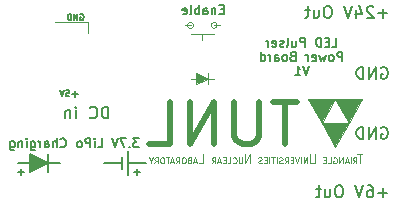
<source format=gbr>
%TF.GenerationSoftware,KiCad,Pcbnew,(6.0.2)*%
%TF.CreationDate,2022-09-06T11:12:12-04:00*%
%TF.ProjectId,PowerSupply,506f7765-7253-4757-9070-6c792e6b6963,rev?*%
%TF.SameCoordinates,Original*%
%TF.FileFunction,Legend,Bot*%
%TF.FilePolarity,Positive*%
%FSLAX46Y46*%
G04 Gerber Fmt 4.6, Leading zero omitted, Abs format (unit mm)*
G04 Created by KiCad (PCBNEW (6.0.2)) date 2022-09-06 11:12:12*
%MOMM*%
%LPD*%
G01*
G04 APERTURE LIST*
%ADD10C,0.150000*%
%ADD11C,0.127000*%
%ADD12C,0.076200*%
%ADD13C,0.533400*%
%ADD14C,0.120000*%
G04 APERTURE END LIST*
D10*
X147167600Y-75361800D02*
X147675600Y-75361800D01*
X142621000Y-81280000D02*
X146177000Y-81280000D01*
X152400000Y-82042000D02*
X152908000Y-82042000D01*
X151384000Y-80772000D02*
X151384000Y-81788000D01*
X142875000Y-81788000D02*
X142875000Y-82296000D01*
X143129000Y-82042000D02*
X142621000Y-82042000D01*
X151384000Y-81280000D02*
X149860000Y-81280000D01*
X153416000Y-81280000D02*
X151892000Y-81280000D01*
X145161000Y-81280000D02*
X143637000Y-82042000D01*
X143637000Y-82042000D02*
X143637000Y-80518000D01*
X143637000Y-80518000D02*
X145161000Y-81280000D01*
G36*
X145161000Y-81280000D02*
G01*
X143637000Y-82042000D01*
X143637000Y-80518000D01*
X145161000Y-81280000D01*
G37*
X145161000Y-81280000D02*
X143637000Y-82042000D01*
X143637000Y-80518000D01*
X145161000Y-81280000D01*
X152654000Y-81788000D02*
X152654000Y-82296000D01*
X145161000Y-80518000D02*
X145161000Y-82042000D01*
X151892000Y-80264000D02*
X151892000Y-82296000D01*
X147421600Y-75615800D02*
X147421600Y-75107800D01*
X150245533Y-77465180D02*
X150245533Y-76465180D01*
X150007438Y-76465180D01*
X149864580Y-76512800D01*
X149769342Y-76608038D01*
X149721723Y-76703276D01*
X149674104Y-76893752D01*
X149674104Y-77036609D01*
X149721723Y-77227085D01*
X149769342Y-77322323D01*
X149864580Y-77417561D01*
X150007438Y-77465180D01*
X150245533Y-77465180D01*
X148674104Y-77369942D02*
X148721723Y-77417561D01*
X148864580Y-77465180D01*
X148959819Y-77465180D01*
X149102676Y-77417561D01*
X149197914Y-77322323D01*
X149245533Y-77227085D01*
X149293152Y-77036609D01*
X149293152Y-76893752D01*
X149245533Y-76703276D01*
X149197914Y-76608038D01*
X149102676Y-76512800D01*
X148959819Y-76465180D01*
X148864580Y-76465180D01*
X148721723Y-76512800D01*
X148674104Y-76560419D01*
X147483628Y-77465180D02*
X147483628Y-76798514D01*
X147483628Y-76465180D02*
X147531247Y-76512800D01*
X147483628Y-76560419D01*
X147436009Y-76512800D01*
X147483628Y-76465180D01*
X147483628Y-76560419D01*
X147007438Y-76798514D02*
X147007438Y-77465180D01*
X147007438Y-76893752D02*
X146959819Y-76846133D01*
X146864580Y-76798514D01*
X146721723Y-76798514D01*
X146626485Y-76846133D01*
X146578866Y-76941371D01*
X146578866Y-77465180D01*
X173857604Y-83764428D02*
X173095700Y-83764428D01*
X173476652Y-84145380D02*
X173476652Y-83383476D01*
X172190938Y-83145380D02*
X172381414Y-83145380D01*
X172476652Y-83193000D01*
X172524271Y-83240619D01*
X172619509Y-83383476D01*
X172667128Y-83573952D01*
X172667128Y-83954904D01*
X172619509Y-84050142D01*
X172571890Y-84097761D01*
X172476652Y-84145380D01*
X172286176Y-84145380D01*
X172190938Y-84097761D01*
X172143319Y-84050142D01*
X172095700Y-83954904D01*
X172095700Y-83716809D01*
X172143319Y-83621571D01*
X172190938Y-83573952D01*
X172286176Y-83526333D01*
X172476652Y-83526333D01*
X172571890Y-83573952D01*
X172619509Y-83621571D01*
X172667128Y-83716809D01*
X171809985Y-83145380D02*
X171476652Y-84145380D01*
X171143319Y-83145380D01*
X169857604Y-83145380D02*
X169667128Y-83145380D01*
X169571890Y-83193000D01*
X169476652Y-83288238D01*
X169429033Y-83478714D01*
X169429033Y-83812047D01*
X169476652Y-84002523D01*
X169571890Y-84097761D01*
X169667128Y-84145380D01*
X169857604Y-84145380D01*
X169952842Y-84097761D01*
X170048080Y-84002523D01*
X170095700Y-83812047D01*
X170095700Y-83478714D01*
X170048080Y-83288238D01*
X169952842Y-83193000D01*
X169857604Y-83145380D01*
X168571890Y-83478714D02*
X168571890Y-84145380D01*
X169000461Y-83478714D02*
X169000461Y-84002523D01*
X168952842Y-84097761D01*
X168857604Y-84145380D01*
X168714747Y-84145380D01*
X168619509Y-84097761D01*
X168571890Y-84050142D01*
X168238557Y-83478714D02*
X167857604Y-83478714D01*
X168095700Y-83145380D02*
X168095700Y-84002523D01*
X168048080Y-84097761D01*
X167952842Y-84145380D01*
X167857604Y-84145380D01*
D11*
X159990971Y-68246171D02*
X159736971Y-68246171D01*
X159628114Y-68645314D02*
X159990971Y-68645314D01*
X159990971Y-67883314D01*
X159628114Y-67883314D01*
X159301542Y-68137314D02*
X159301542Y-68645314D01*
X159301542Y-68209885D02*
X159265257Y-68173600D01*
X159192685Y-68137314D01*
X159083828Y-68137314D01*
X159011257Y-68173600D01*
X158974971Y-68246171D01*
X158974971Y-68645314D01*
X158285542Y-68645314D02*
X158285542Y-68246171D01*
X158321828Y-68173600D01*
X158394400Y-68137314D01*
X158539542Y-68137314D01*
X158612114Y-68173600D01*
X158285542Y-68609028D02*
X158358114Y-68645314D01*
X158539542Y-68645314D01*
X158612114Y-68609028D01*
X158648400Y-68536457D01*
X158648400Y-68463885D01*
X158612114Y-68391314D01*
X158539542Y-68355028D01*
X158358114Y-68355028D01*
X158285542Y-68318742D01*
X157922685Y-68645314D02*
X157922685Y-67883314D01*
X157922685Y-68173600D02*
X157850114Y-68137314D01*
X157704971Y-68137314D01*
X157632400Y-68173600D01*
X157596114Y-68209885D01*
X157559828Y-68282457D01*
X157559828Y-68500171D01*
X157596114Y-68572742D01*
X157632400Y-68609028D01*
X157704971Y-68645314D01*
X157850114Y-68645314D01*
X157922685Y-68609028D01*
X157124400Y-68645314D02*
X157196971Y-68609028D01*
X157233257Y-68536457D01*
X157233257Y-67883314D01*
X156543828Y-68609028D02*
X156616400Y-68645314D01*
X156761542Y-68645314D01*
X156834114Y-68609028D01*
X156870400Y-68536457D01*
X156870400Y-68246171D01*
X156834114Y-68173600D01*
X156761542Y-68137314D01*
X156616400Y-68137314D01*
X156543828Y-68173600D01*
X156507542Y-68246171D01*
X156507542Y-68318742D01*
X156870400Y-68391314D01*
X152820914Y-79160914D02*
X152349200Y-79160914D01*
X152603200Y-79451200D01*
X152494342Y-79451200D01*
X152421771Y-79487485D01*
X152385485Y-79523771D01*
X152349200Y-79596342D01*
X152349200Y-79777771D01*
X152385485Y-79850342D01*
X152421771Y-79886628D01*
X152494342Y-79922914D01*
X152712057Y-79922914D01*
X152784628Y-79886628D01*
X152820914Y-79850342D01*
X152022628Y-79850342D02*
X151986342Y-79886628D01*
X152022628Y-79922914D01*
X152058914Y-79886628D01*
X152022628Y-79850342D01*
X152022628Y-79922914D01*
X151732342Y-79160914D02*
X151224342Y-79160914D01*
X151550914Y-79922914D01*
X151042914Y-79160914D02*
X150788914Y-79922914D01*
X150534914Y-79160914D01*
X149337485Y-79922914D02*
X149700342Y-79922914D01*
X149700342Y-79160914D01*
X149083485Y-79922914D02*
X149083485Y-79414914D01*
X149083485Y-79160914D02*
X149119771Y-79197200D01*
X149083485Y-79233485D01*
X149047200Y-79197200D01*
X149083485Y-79160914D01*
X149083485Y-79233485D01*
X148720628Y-79922914D02*
X148720628Y-79160914D01*
X148430342Y-79160914D01*
X148357771Y-79197200D01*
X148321485Y-79233485D01*
X148285200Y-79306057D01*
X148285200Y-79414914D01*
X148321485Y-79487485D01*
X148357771Y-79523771D01*
X148430342Y-79560057D01*
X148720628Y-79560057D01*
X147849771Y-79922914D02*
X147922342Y-79886628D01*
X147958628Y-79850342D01*
X147994914Y-79777771D01*
X147994914Y-79560057D01*
X147958628Y-79487485D01*
X147922342Y-79451200D01*
X147849771Y-79414914D01*
X147740914Y-79414914D01*
X147668342Y-79451200D01*
X147632057Y-79487485D01*
X147595771Y-79560057D01*
X147595771Y-79777771D01*
X147632057Y-79850342D01*
X147668342Y-79886628D01*
X147740914Y-79922914D01*
X147849771Y-79922914D01*
X169174885Y-71380894D02*
X169537742Y-71380894D01*
X169537742Y-70618894D01*
X168920885Y-70981751D02*
X168666885Y-70981751D01*
X168558028Y-71380894D02*
X168920885Y-71380894D01*
X168920885Y-70618894D01*
X168558028Y-70618894D01*
X168231457Y-71380894D02*
X168231457Y-70618894D01*
X168050028Y-70618894D01*
X167941171Y-70655180D01*
X167868600Y-70727751D01*
X167832314Y-70800322D01*
X167796028Y-70945465D01*
X167796028Y-71054322D01*
X167832314Y-71199465D01*
X167868600Y-71272037D01*
X167941171Y-71344608D01*
X168050028Y-71380894D01*
X168231457Y-71380894D01*
X166888885Y-71380894D02*
X166888885Y-70618894D01*
X166598600Y-70618894D01*
X166526028Y-70655180D01*
X166489742Y-70691465D01*
X166453457Y-70764037D01*
X166453457Y-70872894D01*
X166489742Y-70945465D01*
X166526028Y-70981751D01*
X166598600Y-71018037D01*
X166888885Y-71018037D01*
X165800314Y-70872894D02*
X165800314Y-71380894D01*
X166126885Y-70872894D02*
X166126885Y-71272037D01*
X166090600Y-71344608D01*
X166018028Y-71380894D01*
X165909171Y-71380894D01*
X165836600Y-71344608D01*
X165800314Y-71308322D01*
X165328600Y-71380894D02*
X165401171Y-71344608D01*
X165437457Y-71272037D01*
X165437457Y-70618894D01*
X165074600Y-71344608D02*
X165002028Y-71380894D01*
X164856885Y-71380894D01*
X164784314Y-71344608D01*
X164748028Y-71272037D01*
X164748028Y-71235751D01*
X164784314Y-71163180D01*
X164856885Y-71126894D01*
X164965742Y-71126894D01*
X165038314Y-71090608D01*
X165074600Y-71018037D01*
X165074600Y-70981751D01*
X165038314Y-70909180D01*
X164965742Y-70872894D01*
X164856885Y-70872894D01*
X164784314Y-70909180D01*
X164131171Y-71344608D02*
X164203742Y-71380894D01*
X164348885Y-71380894D01*
X164421457Y-71344608D01*
X164457742Y-71272037D01*
X164457742Y-70981751D01*
X164421457Y-70909180D01*
X164348885Y-70872894D01*
X164203742Y-70872894D01*
X164131171Y-70909180D01*
X164094885Y-70981751D01*
X164094885Y-71054322D01*
X164457742Y-71126894D01*
X163768314Y-71380894D02*
X163768314Y-70872894D01*
X163768314Y-71018037D02*
X163732028Y-70945465D01*
X163695742Y-70909180D01*
X163623171Y-70872894D01*
X163550600Y-70872894D01*
X170045742Y-72607714D02*
X170045742Y-71845714D01*
X169755457Y-71845714D01*
X169682885Y-71882000D01*
X169646600Y-71918285D01*
X169610314Y-71990857D01*
X169610314Y-72099714D01*
X169646600Y-72172285D01*
X169682885Y-72208571D01*
X169755457Y-72244857D01*
X170045742Y-72244857D01*
X169174885Y-72607714D02*
X169247457Y-72571428D01*
X169283742Y-72535142D01*
X169320028Y-72462571D01*
X169320028Y-72244857D01*
X169283742Y-72172285D01*
X169247457Y-72136000D01*
X169174885Y-72099714D01*
X169066028Y-72099714D01*
X168993457Y-72136000D01*
X168957171Y-72172285D01*
X168920885Y-72244857D01*
X168920885Y-72462571D01*
X168957171Y-72535142D01*
X168993457Y-72571428D01*
X169066028Y-72607714D01*
X169174885Y-72607714D01*
X168666885Y-72099714D02*
X168521742Y-72607714D01*
X168376600Y-72244857D01*
X168231457Y-72607714D01*
X168086314Y-72099714D01*
X167505742Y-72571428D02*
X167578314Y-72607714D01*
X167723457Y-72607714D01*
X167796028Y-72571428D01*
X167832314Y-72498857D01*
X167832314Y-72208571D01*
X167796028Y-72136000D01*
X167723457Y-72099714D01*
X167578314Y-72099714D01*
X167505742Y-72136000D01*
X167469457Y-72208571D01*
X167469457Y-72281142D01*
X167832314Y-72353714D01*
X167142885Y-72607714D02*
X167142885Y-72099714D01*
X167142885Y-72244857D02*
X167106600Y-72172285D01*
X167070314Y-72136000D01*
X166997742Y-72099714D01*
X166925171Y-72099714D01*
X165836600Y-72208571D02*
X165727742Y-72244857D01*
X165691457Y-72281142D01*
X165655171Y-72353714D01*
X165655171Y-72462571D01*
X165691457Y-72535142D01*
X165727742Y-72571428D01*
X165800314Y-72607714D01*
X166090600Y-72607714D01*
X166090600Y-71845714D01*
X165836600Y-71845714D01*
X165764028Y-71882000D01*
X165727742Y-71918285D01*
X165691457Y-71990857D01*
X165691457Y-72063428D01*
X165727742Y-72136000D01*
X165764028Y-72172285D01*
X165836600Y-72208571D01*
X166090600Y-72208571D01*
X165219742Y-72607714D02*
X165292314Y-72571428D01*
X165328600Y-72535142D01*
X165364885Y-72462571D01*
X165364885Y-72244857D01*
X165328600Y-72172285D01*
X165292314Y-72136000D01*
X165219742Y-72099714D01*
X165110885Y-72099714D01*
X165038314Y-72136000D01*
X165002028Y-72172285D01*
X164965742Y-72244857D01*
X164965742Y-72462571D01*
X165002028Y-72535142D01*
X165038314Y-72571428D01*
X165110885Y-72607714D01*
X165219742Y-72607714D01*
X164312600Y-72607714D02*
X164312600Y-72208571D01*
X164348885Y-72136000D01*
X164421457Y-72099714D01*
X164566600Y-72099714D01*
X164639171Y-72136000D01*
X164312600Y-72571428D02*
X164385171Y-72607714D01*
X164566600Y-72607714D01*
X164639171Y-72571428D01*
X164675457Y-72498857D01*
X164675457Y-72426285D01*
X164639171Y-72353714D01*
X164566600Y-72317428D01*
X164385171Y-72317428D01*
X164312600Y-72281142D01*
X163949742Y-72607714D02*
X163949742Y-72099714D01*
X163949742Y-72244857D02*
X163913457Y-72172285D01*
X163877171Y-72136000D01*
X163804600Y-72099714D01*
X163732028Y-72099714D01*
X163151457Y-72607714D02*
X163151457Y-71845714D01*
X163151457Y-72571428D02*
X163224028Y-72607714D01*
X163369171Y-72607714D01*
X163441742Y-72571428D01*
X163478028Y-72535142D01*
X163514314Y-72462571D01*
X163514314Y-72244857D01*
X163478028Y-72172285D01*
X163441742Y-72136000D01*
X163369171Y-72099714D01*
X163224028Y-72099714D01*
X163151457Y-72136000D01*
X167215457Y-73072534D02*
X166961457Y-73834534D01*
X166707457Y-73072534D01*
X166054314Y-73834534D02*
X166489742Y-73834534D01*
X166272028Y-73834534D02*
X166272028Y-73072534D01*
X166344600Y-73181391D01*
X166417171Y-73253962D01*
X166489742Y-73290248D01*
D10*
X173857604Y-68575228D02*
X173095700Y-68575228D01*
X173476652Y-68956180D02*
X173476652Y-68194276D01*
X172667128Y-68051419D02*
X172619509Y-68003800D01*
X172524271Y-67956180D01*
X172286176Y-67956180D01*
X172190938Y-68003800D01*
X172143319Y-68051419D01*
X172095700Y-68146657D01*
X172095700Y-68241895D01*
X172143319Y-68384752D01*
X172714747Y-68956180D01*
X172095700Y-68956180D01*
X171238557Y-68289514D02*
X171238557Y-68956180D01*
X171476652Y-67908561D02*
X171714747Y-68622847D01*
X171095700Y-68622847D01*
X170857604Y-67956180D02*
X170524271Y-68956180D01*
X170190938Y-67956180D01*
X168905223Y-67956180D02*
X168714747Y-67956180D01*
X168619509Y-68003800D01*
X168524271Y-68099038D01*
X168476652Y-68289514D01*
X168476652Y-68622847D01*
X168524271Y-68813323D01*
X168619509Y-68908561D01*
X168714747Y-68956180D01*
X168905223Y-68956180D01*
X169000461Y-68908561D01*
X169095700Y-68813323D01*
X169143319Y-68622847D01*
X169143319Y-68289514D01*
X169095700Y-68099038D01*
X169000461Y-68003800D01*
X168905223Y-67956180D01*
X167619509Y-68289514D02*
X167619509Y-68956180D01*
X168048080Y-68289514D02*
X168048080Y-68813323D01*
X168000461Y-68908561D01*
X167905223Y-68956180D01*
X167762366Y-68956180D01*
X167667128Y-68908561D01*
X167619509Y-68860942D01*
X167286176Y-68289514D02*
X166905223Y-68289514D01*
X167143319Y-67956180D02*
X167143319Y-68813323D01*
X167095700Y-68908561D01*
X167000461Y-68956180D01*
X166905223Y-68956180D01*
X173333795Y-73160000D02*
X173429033Y-73112380D01*
X173571890Y-73112380D01*
X173714747Y-73160000D01*
X173809985Y-73255238D01*
X173857604Y-73350476D01*
X173905223Y-73540952D01*
X173905223Y-73683809D01*
X173857604Y-73874285D01*
X173809985Y-73969523D01*
X173714747Y-74064761D01*
X173571890Y-74112380D01*
X173476652Y-74112380D01*
X173333795Y-74064761D01*
X173286176Y-74017142D01*
X173286176Y-73683809D01*
X173476652Y-73683809D01*
X172857604Y-74112380D02*
X172857604Y-73112380D01*
X172286176Y-74112380D01*
X172286176Y-73112380D01*
X171809985Y-74112380D02*
X171809985Y-73112380D01*
X171571890Y-73112380D01*
X171429033Y-73160000D01*
X171333795Y-73255238D01*
X171286176Y-73350476D01*
X171238557Y-73540952D01*
X171238557Y-73683809D01*
X171286176Y-73874285D01*
X171333795Y-73969523D01*
X171429033Y-74064761D01*
X171571890Y-74112380D01*
X171809985Y-74112380D01*
D11*
X147859447Y-68656200D02*
X147907828Y-68632009D01*
X147980400Y-68632009D01*
X148052971Y-68656200D01*
X148101352Y-68704580D01*
X148125542Y-68752961D01*
X148149733Y-68849723D01*
X148149733Y-68922295D01*
X148125542Y-69019057D01*
X148101352Y-69067438D01*
X148052971Y-69115819D01*
X147980400Y-69140009D01*
X147932019Y-69140009D01*
X147859447Y-69115819D01*
X147835257Y-69091628D01*
X147835257Y-68922295D01*
X147932019Y-68922295D01*
X147617542Y-69140009D02*
X147617542Y-68632009D01*
X147327257Y-69140009D01*
X147327257Y-68632009D01*
X147085352Y-69140009D02*
X147085352Y-68632009D01*
X146964400Y-68632009D01*
X146891828Y-68656200D01*
X146843447Y-68704580D01*
X146819257Y-68752961D01*
X146795066Y-68849723D01*
X146795066Y-68922295D01*
X146819257Y-69019057D01*
X146843447Y-69067438D01*
X146891828Y-69115819D01*
X146964400Y-69140009D01*
X147085352Y-69140009D01*
X146177000Y-79850342D02*
X146213285Y-79886628D01*
X146322142Y-79922914D01*
X146394714Y-79922914D01*
X146503571Y-79886628D01*
X146576142Y-79814057D01*
X146612428Y-79741485D01*
X146648714Y-79596342D01*
X146648714Y-79487485D01*
X146612428Y-79342342D01*
X146576142Y-79269771D01*
X146503571Y-79197200D01*
X146394714Y-79160914D01*
X146322142Y-79160914D01*
X146213285Y-79197200D01*
X146177000Y-79233485D01*
X145850428Y-79922914D02*
X145850428Y-79160914D01*
X145523857Y-79922914D02*
X145523857Y-79523771D01*
X145560142Y-79451200D01*
X145632714Y-79414914D01*
X145741571Y-79414914D01*
X145814142Y-79451200D01*
X145850428Y-79487485D01*
X144834428Y-79922914D02*
X144834428Y-79523771D01*
X144870714Y-79451200D01*
X144943285Y-79414914D01*
X145088428Y-79414914D01*
X145161000Y-79451200D01*
X144834428Y-79886628D02*
X144907000Y-79922914D01*
X145088428Y-79922914D01*
X145161000Y-79886628D01*
X145197285Y-79814057D01*
X145197285Y-79741485D01*
X145161000Y-79668914D01*
X145088428Y-79632628D01*
X144907000Y-79632628D01*
X144834428Y-79596342D01*
X144471571Y-79922914D02*
X144471571Y-79414914D01*
X144471571Y-79560057D02*
X144435285Y-79487485D01*
X144399000Y-79451200D01*
X144326428Y-79414914D01*
X144253857Y-79414914D01*
X143673285Y-79414914D02*
X143673285Y-80031771D01*
X143709571Y-80104342D01*
X143745857Y-80140628D01*
X143818428Y-80176914D01*
X143927285Y-80176914D01*
X143999857Y-80140628D01*
X143673285Y-79886628D02*
X143745857Y-79922914D01*
X143891000Y-79922914D01*
X143963571Y-79886628D01*
X143999857Y-79850342D01*
X144036142Y-79777771D01*
X144036142Y-79560057D01*
X143999857Y-79487485D01*
X143963571Y-79451200D01*
X143891000Y-79414914D01*
X143745857Y-79414914D01*
X143673285Y-79451200D01*
X143310428Y-79922914D02*
X143310428Y-79414914D01*
X143310428Y-79160914D02*
X143346714Y-79197200D01*
X143310428Y-79233485D01*
X143274142Y-79197200D01*
X143310428Y-79160914D01*
X143310428Y-79233485D01*
X142947571Y-79414914D02*
X142947571Y-79922914D01*
X142947571Y-79487485D02*
X142911285Y-79451200D01*
X142838714Y-79414914D01*
X142729857Y-79414914D01*
X142657285Y-79451200D01*
X142621000Y-79523771D01*
X142621000Y-79922914D01*
X141931571Y-79414914D02*
X141931571Y-80031771D01*
X141967857Y-80104342D01*
X142004142Y-80140628D01*
X142076714Y-80176914D01*
X142185571Y-80176914D01*
X142258142Y-80140628D01*
X141931571Y-79886628D02*
X142004142Y-79922914D01*
X142149285Y-79922914D01*
X142221857Y-79886628D01*
X142258142Y-79850342D01*
X142294428Y-79777771D01*
X142294428Y-79560057D01*
X142258142Y-79487485D01*
X142221857Y-79451200D01*
X142149285Y-79414914D01*
X142004142Y-79414914D01*
X141931571Y-79451200D01*
X146680161Y-75083609D02*
X146922066Y-75083609D01*
X146946257Y-75325514D01*
X146922066Y-75301323D01*
X146873685Y-75277133D01*
X146752733Y-75277133D01*
X146704352Y-75301323D01*
X146680161Y-75325514D01*
X146655971Y-75373895D01*
X146655971Y-75494847D01*
X146680161Y-75543228D01*
X146704352Y-75567419D01*
X146752733Y-75591609D01*
X146873685Y-75591609D01*
X146922066Y-75567419D01*
X146946257Y-75543228D01*
X146510828Y-75083609D02*
X146341495Y-75591609D01*
X146172161Y-75083609D01*
D10*
X173333795Y-78240000D02*
X173429033Y-78192380D01*
X173571890Y-78192380D01*
X173714747Y-78240000D01*
X173809985Y-78335238D01*
X173857604Y-78430476D01*
X173905223Y-78620952D01*
X173905223Y-78763809D01*
X173857604Y-78954285D01*
X173809985Y-79049523D01*
X173714747Y-79144761D01*
X173571890Y-79192380D01*
X173476652Y-79192380D01*
X173333795Y-79144761D01*
X173286176Y-79097142D01*
X173286176Y-78763809D01*
X173476652Y-78763809D01*
X172857604Y-79192380D02*
X172857604Y-78192380D01*
X172286176Y-79192380D01*
X172286176Y-78192380D01*
X171809985Y-79192380D02*
X171809985Y-78192380D01*
X171571890Y-78192380D01*
X171429033Y-78240000D01*
X171333795Y-78335238D01*
X171286176Y-78430476D01*
X171238557Y-78620952D01*
X171238557Y-78763809D01*
X171286176Y-78954285D01*
X171333795Y-79049523D01*
X171429033Y-79144761D01*
X171571890Y-79192380D01*
X171809985Y-79192380D01*
D12*
%TO.C,LOGO1*%
X157902184Y-81281814D02*
X158265041Y-81281814D01*
X158265041Y-80519814D01*
X167751941Y-80519814D02*
X167751941Y-81136671D01*
X167715655Y-81209242D01*
X167679370Y-81245528D01*
X167606798Y-81281814D01*
X167461655Y-81281814D01*
X167389084Y-81245528D01*
X167352798Y-81209242D01*
X167316512Y-81136671D01*
X167316512Y-80519814D01*
X171749048Y-80519814D02*
X171313620Y-80519814D01*
X171531334Y-81281814D02*
X171531334Y-80519814D01*
X162265541Y-81281814D02*
X162265541Y-80519814D01*
X161830112Y-81281814D01*
X161830112Y-80519814D01*
D13*
X166238585Y-76047297D02*
X164177556Y-76047297D01*
X165208070Y-79654097D02*
X165208070Y-76047297D01*
X162975290Y-76047297D02*
X162975290Y-78967088D01*
X162803537Y-79310592D01*
X162631785Y-79482345D01*
X162288280Y-79654097D01*
X161601270Y-79654097D01*
X161257766Y-79482345D01*
X161086013Y-79310592D01*
X160914261Y-78967088D01*
X160914261Y-76047297D01*
X159196737Y-79654097D02*
X159196737Y-76047297D01*
X157135709Y-79654097D01*
X157135709Y-76047297D01*
X153700661Y-79654097D02*
X155418185Y-79654097D01*
X155418185Y-76047297D01*
D12*
X170955062Y-81281209D02*
X171120162Y-81039304D01*
X171238091Y-81281209D02*
X171238091Y-80773209D01*
X171049405Y-80773209D01*
X171002234Y-80797400D01*
X170978648Y-80821590D01*
X170955062Y-80869971D01*
X170955062Y-80942542D01*
X170978648Y-80990923D01*
X171002234Y-81015114D01*
X171049405Y-81039304D01*
X171238091Y-81039304D01*
X170742791Y-81281209D02*
X170742791Y-80773209D01*
X170530520Y-81136066D02*
X170294662Y-81136066D01*
X170577691Y-81281209D02*
X170412591Y-80773209D01*
X170247491Y-81281209D01*
X170082391Y-81281209D02*
X170082391Y-80773209D01*
X169799362Y-81281209D01*
X169799362Y-80773209D01*
X169304062Y-80797400D02*
X169351234Y-80773209D01*
X169421991Y-80773209D01*
X169492748Y-80797400D01*
X169539920Y-80845780D01*
X169563505Y-80894161D01*
X169587091Y-80990923D01*
X169587091Y-81063495D01*
X169563505Y-81160257D01*
X169539920Y-81208638D01*
X169492748Y-81257019D01*
X169421991Y-81281209D01*
X169374820Y-81281209D01*
X169304062Y-81257019D01*
X169280477Y-81232828D01*
X169280477Y-81063495D01*
X169374820Y-81063495D01*
X168832348Y-81281209D02*
X169068205Y-81281209D01*
X169068205Y-80773209D01*
X168667248Y-81015114D02*
X168502148Y-81015114D01*
X168431391Y-81281209D02*
X168667248Y-81281209D01*
X168667248Y-80773209D01*
X168431391Y-80773209D01*
X167087005Y-81281209D02*
X167087005Y-80773209D01*
X166803977Y-81281209D01*
X166803977Y-80773209D01*
X166568120Y-81281209D02*
X166568120Y-80773209D01*
X166403020Y-80773209D02*
X166237920Y-81281209D01*
X166072820Y-80773209D01*
X165907720Y-81015114D02*
X165742620Y-81015114D01*
X165671862Y-81281209D02*
X165907720Y-81281209D01*
X165907720Y-80773209D01*
X165671862Y-80773209D01*
X165176562Y-81281209D02*
X165341662Y-81039304D01*
X165459591Y-81281209D02*
X165459591Y-80773209D01*
X165270905Y-80773209D01*
X165223734Y-80797400D01*
X165200148Y-80821590D01*
X165176562Y-80869971D01*
X165176562Y-80942542D01*
X165200148Y-80990923D01*
X165223734Y-81015114D01*
X165270905Y-81039304D01*
X165459591Y-81039304D01*
X164987877Y-81257019D02*
X164917120Y-81281209D01*
X164799191Y-81281209D01*
X164752020Y-81257019D01*
X164728434Y-81232828D01*
X164704848Y-81184447D01*
X164704848Y-81136066D01*
X164728434Y-81087685D01*
X164752020Y-81063495D01*
X164799191Y-81039304D01*
X164893534Y-81015114D01*
X164940705Y-80990923D01*
X164964291Y-80966733D01*
X164987877Y-80918352D01*
X164987877Y-80869971D01*
X164964291Y-80821590D01*
X164940705Y-80797400D01*
X164893534Y-80773209D01*
X164775605Y-80773209D01*
X164704848Y-80797400D01*
X164492577Y-81281209D02*
X164492577Y-80773209D01*
X164327477Y-80773209D02*
X164044448Y-80773209D01*
X164185962Y-81281209D02*
X164185962Y-80773209D01*
X163879348Y-81281209D02*
X163879348Y-80773209D01*
X163643491Y-81015114D02*
X163478391Y-81015114D01*
X163407634Y-81281209D02*
X163643491Y-81281209D01*
X163643491Y-80773209D01*
X163407634Y-80773209D01*
X163218948Y-81257019D02*
X163148191Y-81281209D01*
X163030262Y-81281209D01*
X162983091Y-81257019D01*
X162959505Y-81232828D01*
X162935920Y-81184447D01*
X162935920Y-81136066D01*
X162959505Y-81087685D01*
X162983091Y-81063495D01*
X163030262Y-81039304D01*
X163124605Y-81015114D01*
X163171777Y-80990923D01*
X163195362Y-80966733D01*
X163218948Y-80918352D01*
X163218948Y-80869971D01*
X163195362Y-80821590D01*
X163171777Y-80797400D01*
X163124605Y-80773209D01*
X163006677Y-80773209D01*
X162935920Y-80797400D01*
X161591534Y-80773209D02*
X161591534Y-81184447D01*
X161567948Y-81232828D01*
X161544362Y-81257019D01*
X161497191Y-81281209D01*
X161402848Y-81281209D01*
X161355677Y-81257019D01*
X161332091Y-81232828D01*
X161308505Y-81184447D01*
X161308505Y-80773209D01*
X160789620Y-81232828D02*
X160813205Y-81257019D01*
X160883962Y-81281209D01*
X160931134Y-81281209D01*
X161001891Y-81257019D01*
X161049062Y-81208638D01*
X161072648Y-81160257D01*
X161096234Y-81063495D01*
X161096234Y-80990923D01*
X161072648Y-80894161D01*
X161049062Y-80845780D01*
X161001891Y-80797400D01*
X160931134Y-80773209D01*
X160883962Y-80773209D01*
X160813205Y-80797400D01*
X160789620Y-80821590D01*
X160341491Y-81281209D02*
X160577348Y-81281209D01*
X160577348Y-80773209D01*
X160176391Y-81015114D02*
X160011291Y-81015114D01*
X159940534Y-81281209D02*
X160176391Y-81281209D01*
X160176391Y-80773209D01*
X159940534Y-80773209D01*
X159751848Y-81136066D02*
X159515991Y-81136066D01*
X159799020Y-81281209D02*
X159633920Y-80773209D01*
X159468820Y-81281209D01*
X159020691Y-81281209D02*
X159185791Y-81039304D01*
X159303720Y-81281209D02*
X159303720Y-80773209D01*
X159115034Y-80773209D01*
X159067862Y-80797400D01*
X159044277Y-80821590D01*
X159020691Y-80869971D01*
X159020691Y-80942542D01*
X159044277Y-80990923D01*
X159067862Y-81015114D01*
X159115034Y-81039304D01*
X159303720Y-81039304D01*
X157699891Y-81136066D02*
X157464034Y-81136066D01*
X157747062Y-81281209D02*
X157581962Y-80773209D01*
X157416862Y-81281209D01*
X157086662Y-81015114D02*
X157015905Y-81039304D01*
X156992320Y-81063495D01*
X156968734Y-81111876D01*
X156968734Y-81184447D01*
X156992320Y-81232828D01*
X157015905Y-81257019D01*
X157063077Y-81281209D01*
X157251762Y-81281209D01*
X157251762Y-80773209D01*
X157086662Y-80773209D01*
X157039491Y-80797400D01*
X157015905Y-80821590D01*
X156992320Y-80869971D01*
X156992320Y-80918352D01*
X157015905Y-80966733D01*
X157039491Y-80990923D01*
X157086662Y-81015114D01*
X157251762Y-81015114D01*
X156662120Y-80773209D02*
X156567777Y-80773209D01*
X156520605Y-80797400D01*
X156473434Y-80845780D01*
X156449848Y-80942542D01*
X156449848Y-81111876D01*
X156473434Y-81208638D01*
X156520605Y-81257019D01*
X156567777Y-81281209D01*
X156662120Y-81281209D01*
X156709291Y-81257019D01*
X156756462Y-81208638D01*
X156780048Y-81111876D01*
X156780048Y-80942542D01*
X156756462Y-80845780D01*
X156709291Y-80797400D01*
X156662120Y-80773209D01*
X155954548Y-81281209D02*
X156119648Y-81039304D01*
X156237577Y-81281209D02*
X156237577Y-80773209D01*
X156048891Y-80773209D01*
X156001720Y-80797400D01*
X155978134Y-80821590D01*
X155954548Y-80869971D01*
X155954548Y-80942542D01*
X155978134Y-80990923D01*
X156001720Y-81015114D01*
X156048891Y-81039304D01*
X156237577Y-81039304D01*
X155765862Y-81136066D02*
X155530005Y-81136066D01*
X155813034Y-81281209D02*
X155647934Y-80773209D01*
X155482834Y-81281209D01*
X155388491Y-80773209D02*
X155105462Y-80773209D01*
X155246977Y-81281209D02*
X155246977Y-80773209D01*
X154846020Y-80773209D02*
X154751677Y-80773209D01*
X154704505Y-80797400D01*
X154657334Y-80845780D01*
X154633748Y-80942542D01*
X154633748Y-81111876D01*
X154657334Y-81208638D01*
X154704505Y-81257019D01*
X154751677Y-81281209D01*
X154846020Y-81281209D01*
X154893191Y-81257019D01*
X154940362Y-81208638D01*
X154963948Y-81111876D01*
X154963948Y-80942542D01*
X154940362Y-80845780D01*
X154893191Y-80797400D01*
X154846020Y-80773209D01*
X154138448Y-81281209D02*
X154303548Y-81039304D01*
X154421477Y-81281209D02*
X154421477Y-80773209D01*
X154232791Y-80773209D01*
X154185620Y-80797400D01*
X154162034Y-80821590D01*
X154138448Y-80869971D01*
X154138448Y-80942542D01*
X154162034Y-80990923D01*
X154185620Y-81015114D01*
X154232791Y-81039304D01*
X154421477Y-81039304D01*
X153831834Y-81039304D02*
X153831834Y-81281209D01*
X153996934Y-80773209D02*
X153831834Y-81039304D01*
X153666734Y-80773209D01*
D14*
%TO.C,J2*%
X148522496Y-70261988D02*
X148522496Y-69341988D01*
X145722496Y-69341988D02*
X148522496Y-69341988D01*
%TO.C,SW1*%
X158194000Y-70346000D02*
X158194000Y-70846000D01*
X157694000Y-74096000D02*
X157194000Y-74096000D01*
X159694000Y-69596000D02*
X159194000Y-69596000D01*
X159194000Y-74096000D02*
X158694000Y-74096000D01*
X157194000Y-69596000D02*
X156694000Y-69596000D01*
X158694000Y-74096000D02*
X157694000Y-74096000D01*
X158694000Y-73596000D02*
X158694000Y-74596000D01*
X159194000Y-70346000D02*
X157194000Y-70346000D01*
X157444000Y-69596000D02*
G75*
G03*
X157444000Y-69596000I-250000J0D01*
G01*
X159444000Y-69596000D02*
G75*
G03*
X159444000Y-69596000I-250000J0D01*
G01*
X157694000Y-74596000D02*
X158694000Y-74096000D01*
X158694000Y-74096000D02*
X157694000Y-73596000D01*
X157694000Y-73596000D02*
X157694000Y-74596000D01*
G36*
X158694000Y-74096000D02*
G01*
X157694000Y-74596000D01*
X157694000Y-73596000D01*
X158694000Y-74096000D01*
G37*
X158694000Y-74096000D02*
X157694000Y-74596000D01*
X157694000Y-73596000D01*
X158694000Y-74096000D01*
D12*
%TO.C,LOGO1*%
X170611800Y-77851000D02*
X171754800Y-75819000D01*
X171754800Y-75819000D02*
X169468800Y-75819000D01*
X169468800Y-75819000D02*
X170611800Y-77851000D01*
G36*
X170611800Y-77851000D02*
G01*
X169468800Y-75819000D01*
X171754800Y-75819000D01*
X170611800Y-77851000D01*
G37*
X170611800Y-77851000D02*
X169468800Y-75819000D01*
X171754800Y-75819000D01*
X170611800Y-77851000D01*
X168325800Y-77851000D02*
X169468800Y-75819000D01*
X169468800Y-75819000D02*
X167182800Y-75819000D01*
X167182800Y-75819000D02*
X168325800Y-77851000D01*
G36*
X168325800Y-77851000D02*
G01*
X167182800Y-75819000D01*
X169468800Y-75819000D01*
X168325800Y-77851000D01*
G37*
X168325800Y-77851000D02*
X167182800Y-75819000D01*
X169468800Y-75819000D01*
X168325800Y-77851000D01*
X169468800Y-79883000D02*
X170611800Y-77851000D01*
X170611800Y-77851000D02*
X168325800Y-77851000D01*
X168325800Y-77851000D02*
X169468800Y-79883000D01*
G36*
X169468800Y-79883000D02*
G01*
X168325800Y-77851000D01*
X170611800Y-77851000D01*
X169468800Y-79883000D01*
G37*
X169468800Y-79883000D02*
X168325800Y-77851000D01*
X170611800Y-77851000D01*
X169468800Y-79883000D01*
%TD*%
M02*

</source>
